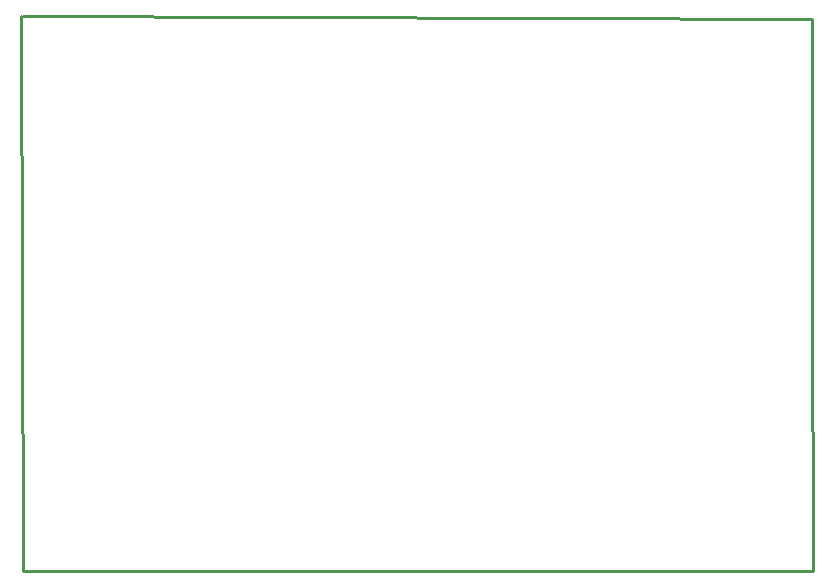
<source format=gko>
G04 Layer: BoardOutlineLayer*
G04 EasyEDA v6.5.44, 2024-08-27 10:33:55*
G04 3fde5a6329554247a190ecd3801b01c9,e183ea938b1e48739b2e3e039e877233,10*
G04 Gerber Generator version 0.2*
G04 Scale: 100 percent, Rotated: No, Reflected: No *
G04 Dimensions in millimeters *
G04 leading zeros omitted , absolute positions ,4 integer and 5 decimal *
%FSLAX45Y45*%
%MOMM*%

%ADD10C,0.2540*%
D10*
X698500Y12954000D02*
G01*
X7378700Y12928600D01*
X7378700Y10642600D01*
X7391400Y8255000D01*
X4051300Y8255000D01*
X698500Y8255000D01*
X685800Y12954000D01*

%LPD*%
M02*

</source>
